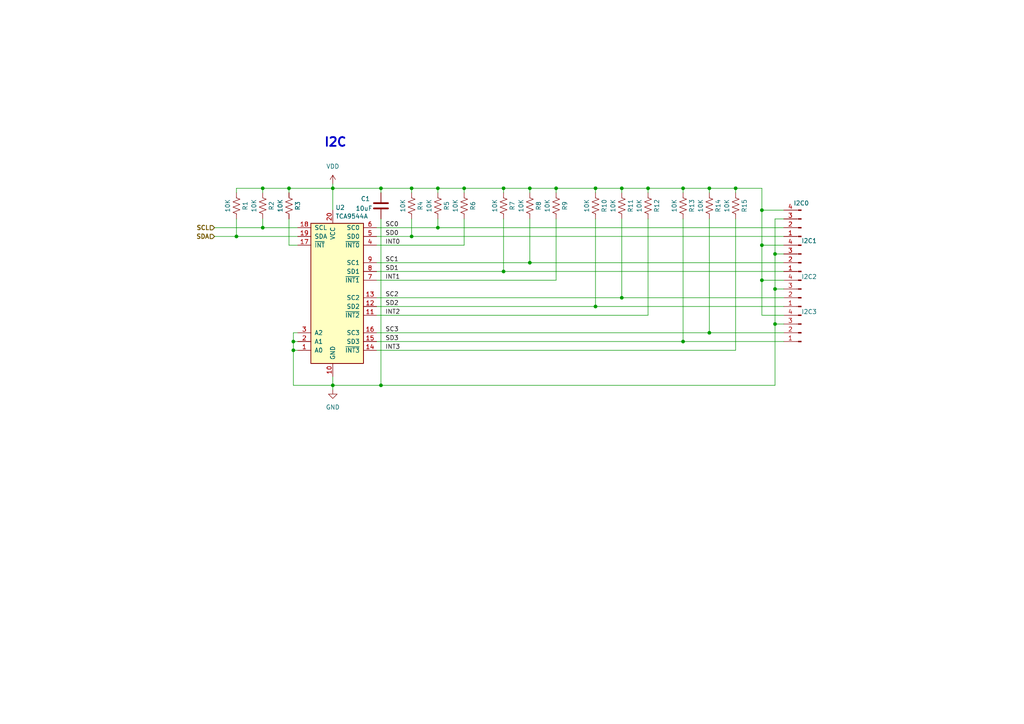
<source format=kicad_sch>
(kicad_sch (version 20231120) (generator "eeschema") (generator_version "8.0")
  (paper "A4")
  (lib_symbols
    (symbol "Connector:Conn_01x04_Pin" (pin_names (offset 1.016) hide)
      (property "Reference" "J" (at 0 5.08 0))
      (property "Value" "Conn_01x04_Pin" (at 0 -7.62 0))
      (symbol "Conn_01x04_Pin_1_1"
        (polyline (pts (xy 1.27 -5.08) (xy 0.8636 -5.08)) (stroke (width 0.1524)))
        (polyline (pts (xy 1.27 -2.54) (xy 0.8636 -2.54)) (stroke (width 0.1524)))
        (polyline (pts (xy 1.27 0) (xy 0.8636 0)) (stroke (width 0.1524)))
        (polyline (pts (xy 1.27 2.54) (xy 0.8636 2.54)) (stroke (width 0.1524)))
        (rectangle (start 0.8636 -4.953) (end 0 -5.207) (stroke (width 0.1524)) (fill (type outline)))
        (rectangle (start 0.8636 -2.413) (end 0 -2.667) (stroke (width 0.1524)) (fill (type outline)))
        (rectangle (start 0.8636 0.127) (end 0 -0.127) (stroke (width 0.1524)) (fill (type outline)))
        (rectangle (start 0.8636 2.667) (end 0 2.413) (stroke (width 0.1524)) (fill (type outline)))
        (pin passive line (at 5.08 2.54 180) (length 3.81) (name "Pin_1") (number "1"))
        (pin passive line (at 5.08 0 180) (length 3.81) (name "Pin_2") (number "2"))
        (pin passive line (at 5.08 -2.54 180) (length 3.81) (name "Pin_3") (number "3"))
        (pin passive line (at 5.08 -5.08 180) (length 3.81) (name "Pin_4") (number "4"))
      )
    )
    (symbol "Device:C" (pin_numbers hide) (pin_names (offset 0.254))
      (property "Reference" "C" (at 0.635 2.54 0))
      (property "Value" "C" (at 0.635 -2.54 0))
      (symbol "C_0_1"
        (polyline (pts (xy -2.032 -0.762) (xy 2.032 -0.762)) (stroke (width 0.508)))
        (polyline (pts (xy -2.032 0.762) (xy 2.032 0.762)) (stroke (width 0.508)))
      )
      (symbol "C_1_1"
        (pin passive line (at 0 3.81 270) (length 2.794) (name "~") (number "1"))
        (pin passive line (at 0 -3.81 90) (length 2.794) (name "~") (number "2"))
      )
    )
    (symbol "Device:R_US" (pin_numbers hide) (pin_names (offset 0))
      (property "Reference" "R" (at 2.54 0 90))
      (property "Value" "R_US" (at -2.54 0 90))
      (symbol "R_US_0_1"
        (polyline (pts (xy 0 -2.286) (xy 0 -2.54)))
        (polyline (pts (xy 0 2.286) (xy 0 2.54)))
        (polyline (pts (xy 0 -0.762) (xy 1.016 -1.143) (xy 0 -1.524) (xy -1.016 -1.905) (xy 0 -2.286)))
        (polyline (pts (xy 0 0.762) (xy 1.016 0.381) (xy 0 0) (xy -1.016 -0.381) (xy 0 -0.762)))
        (polyline (pts (xy 0 2.286) (xy 1.016 1.905) (xy 0 1.524) (xy -1.016 1.143) (xy 0 0.762)))
      )
      (symbol "R_US_1_1"
        (pin passive line (at 0 3.81 270) (length 1.27) (name "~") (number "1"))
        (pin passive line (at 0 -3.81 90) (length 1.27) (name "~") (number "2"))
      )
    )
    (symbol "Interface_Expansion:TCA9544A" (pin_names (offset 1.016))
      (property "Reference" "U" (at -5.08 20.32 0))
      (property "Value" "TCA9544A" (at 2.54 20.32 0))
      (symbol "TCA9544A_0_1"
        (rectangle (start -6.35 19.05) (end 8.89 -21.59) (stroke (width 0.254)) (fill (type background)))
      )
      (symbol "TCA9544A_1_1"
        (pin input line (at -10.16 -17.78 0) (length 3.81) (name "A0") (number "1"))
        (pin power_in line (at 0 -25.4 90) (length 3.81) (name "GND") (number "10"))
        (pin input line (at 12.7 -7.62 180) (length 3.81) (name "~{INT2}") (number "11"))
        (pin bidirectional line (at 12.7 -5.08 180) (length 3.81) (name "SD2") (number "12"))
        (pin bidirectional line (at 12.7 -2.54 180) (length 3.81) (name "SC2") (number "13"))
        (pin input line (at 12.7 -17.78 180) (length 3.81) (name "~{INT3}") (number "14"))
        (pin bidirectional line (at 12.7 -15.24 180) (length 3.81) (name "SD3") (number "15"))
        (pin bidirectional line (at 12.7 -12.7 180) (length 3.81) (name "SC3") (number "16"))
        (pin open_collector line (at -10.16 12.7 0) (length 3.81) (name "~{INT}") (number "17"))
        (pin bidirectional line (at -10.16 17.78 0) (length 3.81) (name "SCL") (number "18"))
        (pin bidirectional line (at -10.16 15.24 0) (length 3.81) (name "SDA") (number "19"))
        (pin input line (at -10.16 -15.24 0) (length 3.81) (name "A1") (number "2"))
        (pin power_in line (at 0 22.86 270) (length 3.81) (name "VCC") (number "20"))
        (pin input line (at -10.16 -12.7 0) (length 3.81) (name "A2") (number "3"))
        (pin input line (at 12.7 12.7 180) (length 3.81) (name "~{INT0}") (number "4"))
        (pin bidirectional line (at 12.7 15.24 180) (length 3.81) (name "SD0") (number "5"))
        (pin bidirectional line (at 12.7 17.78 180) (length 3.81) (name "SC0") (number "6"))
        (pin input line (at 12.7 2.54 180) (length 3.81) (name "~{INT1}") (number "7"))
        (pin bidirectional line (at 12.7 5.08 180) (length 3.81) (name "SD1") (number "8"))
        (pin bidirectional line (at 12.7 7.62 180) (length 3.81) (name "SC1") (number "9"))
      )
    )
    (symbol "power:GND" (power) (pin_numbers hide) (pin_names (offset 0) hide)
      (property "Value" "GND" (at 0 -3.81 0))
      (symbol "GND_0_1"
        (polyline (pts (xy 0 0) (xy 0 -1.27) (xy 1.27 -1.27) (xy 0 -2.54) (xy -1.27 -1.27) (xy 0 -1.27)))
      )
      (symbol "GND_1_1"
        (pin power_in line (at 0 0 270) (length 0) (name "~") (number "1"))
      )
    )
    (symbol "power:VDD" (power) (pin_numbers hide) (pin_names (offset 0) hide)
      (property "Value" "VDD" (at 0 3.556 0))
      (symbol "VDD_0_1"
        (polyline (pts (xy -0.762 1.27) (xy 0 2.54)))
        (polyline (pts (xy 0 0) (xy 0 2.54)))
        (polyline (pts (xy 0 2.54) (xy 0.762 1.27)))
      )
      (symbol "VDD_1_1"
        (pin power_in line (at 0 0 90) (length 0) (name "~") (number "1"))
      )
    )
  )
  (junction (at 205.74 54.61))
  (junction (at 224.79 83.82))
  (junction (at 76.2 54.61))
  (junction (at 224.79 93.98))
  (junction (at 134.62 54.61))
  (junction (at 220.98 71.12))
  (junction (at 119.38 54.61))
  (junction (at 146.05 54.61))
  (junction (at 119.38 68.58))
  (junction (at 187.96 54.61))
  (junction (at 198.12 54.61))
  (junction (at 146.05 78.74))
  (junction (at 161.29 54.61))
  (junction (at 85.09 99.06))
  (junction (at 180.34 86.36))
  (junction (at 220.98 60.96))
  (junction (at 172.72 54.61))
  (junction (at 172.72 88.9))
  (junction (at 180.34 54.61))
  (junction (at 68.58 68.58))
  (junction (at 96.52 111.76))
  (junction (at 198.12 99.06))
  (junction (at 213.36 54.61))
  (junction (at 127 54.61))
  (junction (at 85.09 101.6))
  (junction (at 205.74 96.52))
  (junction (at 83.82 54.61))
  (junction (at 220.98 81.28))
  (junction (at 127 66.04))
  (junction (at 110.49 54.61))
  (junction (at 153.67 76.2))
  (junction (at 224.79 73.66))
  (junction (at 96.52 54.61))
  (junction (at 153.67 54.61))
  (junction (at 76.2 66.04))
  (junction (at 110.49 111.76))
  (wire (pts (xy 109.22 101.6) (xy 213.36 101.6)))
  (wire (pts (xy 127 63.5) (xy 127 66.04)))
  (wire (pts (xy 227.33 91.44) (xy 220.98 91.44)))
  (wire (pts (xy 110.49 54.61) (xy 96.52 54.61)))
  (wire (pts (xy 119.38 63.5) (xy 119.38 68.58)))
  (wire (pts (xy 205.74 54.61) (xy 213.36 54.61)))
  (wire (pts (xy 153.67 54.61) (xy 153.67 55.88)))
  (wire (pts (xy 119.38 55.88) (xy 119.38 54.61)))
  (wire (pts (xy 146.05 78.74) (xy 227.33 78.74)))
  (wire (pts (xy 172.72 54.61) (xy 180.34 54.61)))
  (wire (pts (xy 180.34 63.5) (xy 180.34 86.36)))
  (wire (pts (xy 172.72 54.61) (xy 172.72 55.88)))
  (wire (pts (xy 86.36 96.52) (xy 85.09 96.52)))
  (wire (pts (xy 180.34 54.61) (xy 180.34 55.88)))
  (wire (pts (xy 110.49 55.88) (xy 110.49 54.61)))
  (wire (pts (xy 109.22 68.58) (xy 119.38 68.58)))
  (wire (pts (xy 119.38 54.61) (xy 110.49 54.61)))
  (wire (pts (xy 227.33 81.28) (xy 220.98 81.28)))
  (wire (pts (xy 198.12 54.61) (xy 198.12 55.88)))
  (wire (pts (xy 227.33 63.5) (xy 224.79 63.5)))
  (wire (pts (xy 119.38 68.58) (xy 227.33 68.58)))
  (wire (pts (xy 146.05 54.61) (xy 146.05 55.88)))
  (wire (pts (xy 110.49 111.76) (xy 96.52 111.76)))
  (wire (pts (xy 83.82 54.61) (xy 83.82 55.88)))
  (wire (pts (xy 153.67 54.61) (xy 161.29 54.61)))
  (wire (pts (xy 161.29 81.28) (xy 161.29 63.5)))
  (wire (pts (xy 85.09 111.76) (xy 96.52 111.76)))
  (wire (pts (xy 110.49 63.5) (xy 110.49 111.76)))
  (wire (pts (xy 85.09 99.06) (xy 85.09 101.6)))
  (wire (pts (xy 134.62 54.61) (xy 134.62 55.88)))
  (wire (pts (xy 109.22 81.28) (xy 161.29 81.28)))
  (wire (pts (xy 153.67 63.5) (xy 153.67 76.2)))
  (wire (pts (xy 76.2 63.5) (xy 76.2 66.04)))
  (wire (pts (xy 83.82 54.61) (xy 96.52 54.61)))
  (wire (pts (xy 187.96 54.61) (xy 198.12 54.61)))
  (wire (pts (xy 213.36 54.61) (xy 220.98 54.61)))
  (wire (pts (xy 109.22 78.74) (xy 146.05 78.74)))
  (wire (pts (xy 224.79 83.82) (xy 224.79 93.98)))
  (wire (pts (xy 68.58 68.58) (xy 86.36 68.58)))
  (wire (pts (xy 109.22 76.2) (xy 153.67 76.2)))
  (wire (pts (xy 161.29 54.61) (xy 172.72 54.61)))
  (wire (pts (xy 62.23 66.04) (xy 76.2 66.04)))
  (wire (pts (xy 205.74 54.61) (xy 205.74 55.88)))
  (wire (pts (xy 172.72 63.5) (xy 172.72 88.9)))
  (wire (pts (xy 198.12 54.61) (xy 205.74 54.61)))
  (wire (pts (xy 76.2 54.61) (xy 76.2 55.88)))
  (wire (pts (xy 205.74 63.5) (xy 205.74 96.52)))
  (wire (pts (xy 220.98 60.96) (xy 227.33 60.96)))
  (wire (pts (xy 198.12 63.5) (xy 198.12 99.06)))
  (wire (pts (xy 109.22 88.9) (xy 172.72 88.9)))
  (wire (pts (xy 224.79 83.82) (xy 227.33 83.82)))
  (wire (pts (xy 198.12 99.06) (xy 227.33 99.06)))
  (wire (pts (xy 146.05 63.5) (xy 146.05 78.74)))
  (wire (pts (xy 85.09 101.6) (xy 86.36 101.6)))
  (wire (pts (xy 85.09 96.52) (xy 85.09 99.06)))
  (wire (pts (xy 180.34 86.36) (xy 227.33 86.36)))
  (wire (pts (xy 227.33 71.12) (xy 220.98 71.12)))
  (wire (pts (xy 119.38 54.61) (xy 127 54.61)))
  (wire (pts (xy 127 54.61) (xy 127 55.88)))
  (wire (pts (xy 109.22 91.44) (xy 187.96 91.44)))
  (wire (pts (xy 224.79 63.5) (xy 224.79 73.66)))
  (wire (pts (xy 161.29 54.61) (xy 161.29 55.88)))
  (wire (pts (xy 224.79 73.66) (xy 227.33 73.66)))
  (wire (pts (xy 224.79 93.98) (xy 224.79 111.76)))
  (wire (pts (xy 68.58 63.5) (xy 68.58 68.58)))
  (wire (pts (xy 220.98 60.96) (xy 220.98 71.12)))
  (wire (pts (xy 96.52 54.61) (xy 96.52 60.96)))
  (wire (pts (xy 220.98 71.12) (xy 220.98 81.28)))
  (wire (pts (xy 180.34 54.61) (xy 187.96 54.61)))
  (wire (pts (xy 109.22 96.52) (xy 205.74 96.52)))
  (wire (pts (xy 220.98 91.44) (xy 220.98 81.28)))
  (wire (pts (xy 109.22 71.12) (xy 134.62 71.12)))
  (wire (pts (xy 68.58 55.88) (xy 68.58 54.61)))
  (wire (pts (xy 83.82 63.5) (xy 83.82 71.12)))
  (wire (pts (xy 153.67 76.2) (xy 227.33 76.2)))
  (wire (pts (xy 224.79 73.66) (xy 224.79 83.82)))
  (wire (pts (xy 187.96 54.61) (xy 187.96 55.88)))
  (wire (pts (xy 62.23 68.58) (xy 68.58 68.58)))
  (wire (pts (xy 76.2 66.04) (xy 86.36 66.04)))
  (wire (pts (xy 96.52 53.34) (xy 96.52 54.61)))
  (wire (pts (xy 127 54.61) (xy 134.62 54.61)))
  (wire (pts (xy 109.22 86.36) (xy 180.34 86.36)))
  (wire (pts (xy 187.96 91.44) (xy 187.96 63.5)))
  (wire (pts (xy 85.09 101.6) (xy 85.09 111.76)))
  (wire (pts (xy 85.09 99.06) (xy 86.36 99.06)))
  (wire (pts (xy 96.52 111.76) (xy 96.52 109.22)))
  (wire (pts (xy 127 66.04) (xy 227.33 66.04)))
  (wire (pts (xy 68.58 54.61) (xy 76.2 54.61)))
  (wire (pts (xy 96.52 113.03) (xy 96.52 111.76)))
  (wire (pts (xy 134.62 71.12) (xy 134.62 63.5)))
  (wire (pts (xy 109.22 99.06) (xy 198.12 99.06)))
  (wire (pts (xy 224.79 93.98) (xy 227.33 93.98)))
  (wire (pts (xy 213.36 63.5) (xy 213.36 101.6)))
  (wire (pts (xy 76.2 54.61) (xy 83.82 54.61)))
  (wire (pts (xy 172.72 88.9) (xy 227.33 88.9)))
  (wire (pts (xy 224.79 111.76) (xy 110.49 111.76)))
  (wire (pts (xy 205.74 96.52) (xy 227.33 96.52)))
  (wire (pts (xy 220.98 54.61) (xy 220.98 60.96)))
  (wire (pts (xy 134.62 54.61) (xy 146.05 54.61)))
  (wire (pts (xy 146.05 54.61) (xy 153.67 54.61)))
  (wire (pts (xy 83.82 71.12) (xy 86.36 71.12)))
  (wire (pts (xy 109.22 66.04) (xy 127 66.04)))
  (wire (pts (xy 213.36 54.61) (xy 213.36 55.88)))
  (text "I2C" (at 97.282 41.402 0) (effects (font (size 2.54 2.54) (bold yes))))
  (label "SC2" (at 111.76 86.36 0))
  (label "SC1" (at 111.76 76.2 0))
  (label "SD1" (at 111.76 78.74 0))
  (label "INT3" (at 111.76 101.6 0))
  (label "SD2" (at 111.76 88.9 0))
  (label "INT2" (at 111.76 91.44 0))
  (label "INT0" (at 111.76 71.12 0))
  (label "INT1" (at 111.76 81.28 0))
  (label "SC0" (at 111.76 66.04 0))
  (label "SD0" (at 111.76 68.58 0))
  (label "SC3" (at 111.76 96.52 0))
  (label "SD3" (at 111.76 99.06 0))
  (hierarchical_label "SDA" (shape input) (at 62.23 68.58 180) (effects (font (bold yes))))
  (hierarchical_label "SCL" (shape input) (at 62.23 66.04 180) (effects (font (bold yes))))
  (symbol (lib_id "Device:R_US") (at 187.96 59.69 0) (unit 1)
    (property "Reference" "R12" (at 190.5 59.69 90))
    (property "Value" "10K" (at 185.42 59.69 90))
    (property "Footprint" "Resistor_SMD:R_0805_2012Metric_Pad1.20x1.40mm_HandSolder" (effects (hide yes)))
    (property "Description" "Resistor, US symbol" (effects (hide yes)))
  )
  (symbol (lib_id "Device:R_US") (at 153.67 59.69 0) (unit 1)
    (property "Reference" "R8" (at 156.21 59.69 90))
    (property "Value" "10K" (at 151.13 59.69 90))
    (property "Footprint" "Resistor_SMD:R_0805_2012Metric_Pad1.20x1.40mm_HandSolder" (effects (hide yes)))
    (property "Description" "Resistor, US symbol" (effects (hide yes)))
  )
  (symbol (lib_id "Connector:Conn_01x04_Pin") (at 232.41 86.36 180) (unit 1)
    (property "Reference" "I2C2" (at 234.696 80.264 0))
    (property "Value" "Conn_01x04_Pin" (effects (hide yes)))
    (property "Footprint" "Connector_Molex:Molex_KK-254_AE-6410-04A_1x04_P2.54mm_Vertical" (effects (hide yes)))
    (property "Description" "Generic connector, single row, 01x04, script generated" (effects (hide yes)))
  )
  (symbol (lib_id "Device:R_US") (at 205.74 59.69 0) (unit 1)
    (property "Reference" "R14" (at 208.28 59.69 90))
    (property "Value" "10K" (at 203.2 59.69 90))
    (property "Footprint" "Resistor_SMD:R_0805_2012Metric_Pad1.20x1.40mm_HandSolder" (effects (hide yes)))
    (property "Description" "Resistor, US symbol" (effects (hide yes)))
  )
  (symbol (lib_id "Device:R_US") (at 198.12 59.69 0) (unit 1)
    (property "Reference" "R13" (at 200.66 59.69 90))
    (property "Value" "10K" (at 195.58 59.69 90))
    (property "Footprint" "Resistor_SMD:R_0805_2012Metric_Pad1.20x1.40mm_HandSolder" (effects (hide yes)))
    (property "Description" "Resistor, US symbol" (effects (hide yes)))
  )
  (symbol (lib_id "Device:R_US") (at 180.34 59.69 0) (unit 1)
    (property "Reference" "R11" (at 182.88 59.69 90))
    (property "Value" "10K" (at 177.8 59.69 90))
    (property "Footprint" "Resistor_SMD:R_0805_2012Metric_Pad1.20x1.40mm_HandSolder" (effects (hide yes)))
    (property "Description" "Resistor, US symbol" (effects (hide yes)))
  )
  (symbol (lib_id "Device:R_US") (at 119.38 59.69 0) (unit 1)
    (property "Reference" "R4" (at 121.92 59.69 90))
    (property "Value" "10K" (at 116.84 59.69 90))
    (property "Footprint" "Resistor_SMD:R_0805_2012Metric_Pad1.20x1.40mm_HandSolder" (effects (hide yes)))
    (property "Description" "Resistor, US symbol" (effects (hide yes)))
  )
  (symbol (lib_id "power:GND") (at 96.52 113.03 0) (unit 1)
    (property "Reference" "#PWR013" (effects (hide yes)))
    (property "Value" "GND" (at 96.52 118.11 0))
    (property "Description" "Power symbol creates a global label with name \"GND\" , ground" (effects (hide yes)))
  )
  (symbol (lib_id "power:VDD") (at 96.52 53.34 0) (unit 1)
    (property "Reference" "#PWR01" (effects (hide yes)))
    (property "Value" "VDD" (at 96.52 48.26 0))
    (property "Description" "Power symbol creates a global label with name \"VDD\"" (effects (hide yes)))
  )
  (symbol (lib_id "Device:R_US") (at 83.82 59.69 0) (unit 1)
    (property "Reference" "R3" (at 86.36 59.69 90))
    (property "Value" "10K" (at 81.28 59.69 90))
    (property "Footprint" "Resistor_SMD:R_0805_2012Metric_Pad1.20x1.40mm_HandSolder" (effects (hide yes)))
    (property "Description" "Resistor, US symbol" (effects (hide yes)))
  )
  (symbol (lib_id "Device:R_US") (at 68.58 59.69 0) (unit 1)
    (property "Reference" "R1" (at 71.12 59.69 90))
    (property "Value" "10K" (at 66.04 59.69 90))
    (property "Footprint" "Resistor_SMD:R_0805_2012Metric_Pad1.20x1.40mm_HandSolder" (effects (hide yes)))
    (property "Description" "Resistor, US symbol" (effects (hide yes)))
  )
  (symbol (lib_id "Device:C") (at 110.49 59.69 0) (unit 1)
    (property "Reference" "C1" (at 104.648 57.658 0) (effects (justify left)))
    (property "Value" "10uF" (at 103.124 60.452 0) (effects (justify left)))
    (property "Footprint" "Capacitor_SMD:C_0805_2012Metric_Pad1.18x1.45mm_HandSolder" (effects (hide yes)))
    (property "Description" "Unpolarized capacitor" (effects (hide yes)))
  )
  (symbol (lib_id "Interface_Expansion:TCA9544A") (at 96.52 83.82 0) (unit 1)
    (property "Reference" "U2" (at 97.282 60.198 0) (effects (justify left)))
    (property "Value" "TCA9544A" (at 97.282 62.738 0) (effects (justify left)))
    (property "Footprint" "Package_SO:TSSOP-20_4.4x6.5mm_P0.65mm" (effects (hide yes)))
    (property "Datasheet" "http://www.ti.com/lit/ds/symlink/tca9544a.pdf" (effects (hide yes)))
    (property "Description" "I2C Hub, 4 Channels, Interrupts, TSSOP-20" (effects (hide yes)))
  )
  (symbol (lib_id "Connector:Conn_01x04_Pin") (at 232.41 66.04 180) (unit 1)
    (property "Reference" "I2C0" (at 232.41 58.928 0))
    (property "Value" "Conn_01x04_Pin" (effects (hide yes)))
    (property "Footprint" "Connector_Molex:Molex_KK-254_AE-6410-04A_1x04_P2.54mm_Vertical" (effects (hide yes)))
    (property "Description" "Generic connector, single row, 01x04, script generated" (effects (hide yes)))
  )
  (symbol (lib_id "Device:R_US") (at 172.72 59.69 0) (unit 1)
    (property "Reference" "R10" (at 175.26 59.69 90))
    (property "Value" "10K" (at 170.18 59.69 90))
    (property "Footprint" "Resistor_SMD:R_0805_2012Metric_Pad1.20x1.40mm_HandSolder" (effects (hide yes)))
    (property "Description" "Resistor, US symbol" (effects (hide yes)))
  )
  (symbol (lib_id "Connector:Conn_01x04_Pin") (at 232.41 96.52 180) (unit 1)
    (property "Reference" "I2C3" (at 234.696 90.424 0))
    (property "Value" "Conn_01x04_Pin" (effects (hide yes)))
    (property "Footprint" "Connector_Molex:Molex_KK-254_AE-6410-04A_1x04_P2.54mm_Vertical" (effects (hide yes)))
    (property "Description" "Generic connector, single row, 01x04, script generated" (effects (hide yes)))
  )
  (symbol (lib_id "Connector:Conn_01x04_Pin") (at 232.41 76.2 180) (unit 1)
    (property "Reference" "I2C1" (at 234.696 69.85 0))
    (property "Value" "Conn_01x04_Pin" (effects (hide yes)))
    (property "Footprint" "Connector_Molex:Molex_KK-254_AE-6410-04A_1x04_P2.54mm_Vertical" (effects (hide yes)))
    (property "Description" "Generic connector, single row, 01x04, script generated" (effects (hide yes)))
  )
  (symbol (lib_id "Device:R_US") (at 146.05 59.69 0) (unit 1)
    (property "Reference" "R7" (at 148.59 59.69 90))
    (property "Value" "10K" (at 143.51 59.69 90))
    (property "Footprint" "Resistor_SMD:R_0805_2012Metric_Pad1.20x1.40mm_HandSolder" (effects (hide yes)))
    (property "Description" "Resistor, US symbol" (effects (hide yes)))
  )
  (symbol (lib_id "Device:R_US") (at 161.29 59.69 0) (unit 1)
    (property "Reference" "R9" (at 163.83 59.69 90))
    (property "Value" "10K" (at 158.75 59.69 90))
    (property "Footprint" "Resistor_SMD:R_0805_2012Metric_Pad1.20x1.40mm_HandSolder" (effects (hide yes)))
    (property "Description" "Resistor, US symbol" (effects (hide yes)))
  )
  (symbol (lib_id "Device:R_US") (at 127 59.69 0) (unit 1)
    (property "Reference" "R5" (at 129.54 59.69 90))
    (property "Value" "10K" (at 124.46 59.69 90))
    (property "Footprint" "Resistor_SMD:R_0805_2012Metric_Pad1.20x1.40mm_HandSolder" (effects (hide yes)))
    (property "Description" "Resistor, US symbol" (effects (hide yes)))
  )
  (symbol (lib_id "Device:R_US") (at 213.36 59.69 0) (unit 1)
    (property "Reference" "R15" (at 215.9 59.69 90))
    (property "Value" "10K" (at 210.82 59.69 90))
    (property "Footprint" "Resistor_SMD:R_0805_2012Metric_Pad1.20x1.40mm_HandSolder" (effects (hide yes)))
    (property "Description" "Resistor, US symbol" (effects (hide yes)))
  )
  (symbol (lib_id "Device:R_US") (at 134.62 59.69 0) (unit 1)
    (property "Reference" "R6" (at 137.16 59.69 90))
    (property "Value" "10K" (at 132.08 59.69 90))
    (property "Footprint" "Resistor_SMD:R_0805_2012Metric_Pad1.20x1.40mm_HandSolder" (effects (hide yes)))
    (property "Description" "Resistor, US symbol" (effects (hide yes)))
  )
  (symbol (lib_id "Device:R_US") (at 76.2 59.69 0) (unit 1)
    (property "Reference" "R2" (at 78.74 59.69 90))
    (property "Value" "10K" (at 73.66 59.69 90))
    (property "Footprint" "Resistor_SMD:R_0805_2012Metric_Pad1.20x1.40mm_HandSolder" (effects (hide yes)))
    (property "Description" "Resistor, US symbol" (effects (hide yes)))
  )
)
</source>
